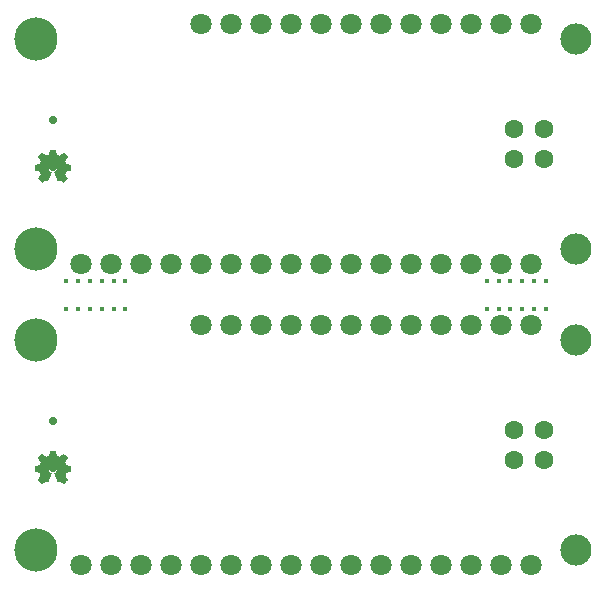
<source format=gbr>
G04 #@! TF.GenerationSoftware,KiCad,Pcbnew,(5.1.2)-1*
G04 #@! TF.CreationDate,2019-08-08T11:50:40+10:00*
G04 #@! TF.ProjectId,output.panel,6f757470-7574-42e7-9061-6e656c2e6b69,rev?*
G04 #@! TF.SameCoordinates,Original*
G04 #@! TF.FileFunction,Soldermask,Bot*
G04 #@! TF.FilePolarity,Negative*
%FSLAX46Y46*%
G04 Gerber Fmt 4.6, Leading zero omitted, Abs format (unit mm)*
G04 Created by KiCad (PCBNEW (5.1.2)-1) date 2019-08-08 11:50:40*
%MOMM*%
%LPD*%
G04 APERTURE LIST*
%ADD10C,0.010000*%
%ADD11C,2.642000*%
%ADD12C,3.658000*%
%ADD13C,1.802000*%
%ADD14C,1.602000*%
%ADD15C,0.702000*%
%ADD16C,0.402000*%
G04 APERTURE END LIST*
D10*
G36*
X30278975Y-59813358D02*
G01*
X30237914Y-59813668D01*
X30201061Y-59814144D01*
X30169552Y-59814763D01*
X30144522Y-59815502D01*
X30127107Y-59816337D01*
X30118443Y-59817244D01*
X30117790Y-59817471D01*
X30115213Y-59823471D01*
X30111078Y-59838787D01*
X30105534Y-59862721D01*
X30098732Y-59894573D01*
X30090821Y-59933644D01*
X30081953Y-59979237D01*
X30074099Y-60020850D01*
X30065849Y-60064601D01*
X30057999Y-60105265D01*
X30050775Y-60141748D01*
X30044401Y-60172957D01*
X30039102Y-60197798D01*
X30035103Y-60215177D01*
X30032628Y-60224000D01*
X30032198Y-60224834D01*
X30025952Y-60228371D01*
X30011849Y-60234916D01*
X29991324Y-60243889D01*
X29965810Y-60254710D01*
X29936742Y-60266800D01*
X29905554Y-60279578D01*
X29873680Y-60292466D01*
X29842553Y-60304882D01*
X29813608Y-60316248D01*
X29788279Y-60325983D01*
X29768001Y-60333508D01*
X29754206Y-60338242D01*
X29748329Y-60339607D01*
X29748322Y-60339605D01*
X29743012Y-60336333D01*
X29730276Y-60327928D01*
X29711052Y-60315025D01*
X29686276Y-60298257D01*
X29656886Y-60278260D01*
X29623820Y-60255669D01*
X29588014Y-60231119D01*
X29579344Y-60225162D01*
X29542915Y-60200277D01*
X29508852Y-60177306D01*
X29478114Y-60156874D01*
X29451661Y-60139606D01*
X29430451Y-60126126D01*
X29415444Y-60117059D01*
X29407599Y-60113028D01*
X29406914Y-60112879D01*
X29401193Y-60116391D01*
X29389398Y-60126292D01*
X29372480Y-60141632D01*
X29351391Y-60161458D01*
X29327081Y-60184820D01*
X29300500Y-60210767D01*
X29272600Y-60238347D01*
X29244331Y-60266609D01*
X29216645Y-60294603D01*
X29190492Y-60321376D01*
X29166822Y-60345978D01*
X29146588Y-60367458D01*
X29130739Y-60384864D01*
X29120226Y-60397246D01*
X29116001Y-60403651D01*
X29115960Y-60403938D01*
X29118757Y-60410058D01*
X29126721Y-60423530D01*
X29139211Y-60443372D01*
X29155590Y-60468598D01*
X29175217Y-60498226D01*
X29197453Y-60531269D01*
X29221659Y-60566745D01*
X29223212Y-60569005D01*
X29247706Y-60604726D01*
X29270501Y-60638139D01*
X29290920Y-60668244D01*
X29308292Y-60694038D01*
X29321940Y-60714521D01*
X29331193Y-60728692D01*
X29335374Y-60735550D01*
X29335432Y-60735670D01*
X29336216Y-60740391D01*
X29335088Y-60748231D01*
X29331701Y-60760143D01*
X29325708Y-60777084D01*
X29316759Y-60800007D01*
X29304509Y-60829867D01*
X29288610Y-60867619D01*
X29280251Y-60887252D01*
X29263982Y-60924852D01*
X29248989Y-60958510D01*
X29235769Y-60987168D01*
X29224825Y-61009772D01*
X29216654Y-61025265D01*
X29211757Y-61032592D01*
X29211290Y-61032948D01*
X29204440Y-61034928D01*
X29188752Y-61038502D01*
X29165384Y-61043434D01*
X29135492Y-61049491D01*
X29100233Y-61056439D01*
X29060764Y-61064044D01*
X29018243Y-61072071D01*
X29013591Y-61072940D01*
X28964854Y-61082180D01*
X28921947Y-61090621D01*
X28885610Y-61098102D01*
X28856582Y-61104463D01*
X28835603Y-61109544D01*
X28823415Y-61113184D01*
X28820549Y-61114714D01*
X28819628Y-61121096D01*
X28818775Y-61136503D01*
X28818011Y-61159798D01*
X28817362Y-61189847D01*
X28816849Y-61225514D01*
X28816497Y-61265663D01*
X28816329Y-61309159D01*
X28816318Y-61320027D01*
X28816351Y-61371548D01*
X28816514Y-61413801D01*
X28816838Y-61447680D01*
X28817353Y-61474077D01*
X28818092Y-61493884D01*
X28819084Y-61507996D01*
X28820361Y-61517303D01*
X28821954Y-61522699D01*
X28823405Y-61524741D01*
X28829905Y-61526999D01*
X28845237Y-61530799D01*
X28868235Y-61535898D01*
X28897729Y-61542050D01*
X28932550Y-61549013D01*
X28971530Y-61556543D01*
X29012635Y-61564236D01*
X29058790Y-61572897D01*
X29100202Y-61580981D01*
X29135938Y-61588286D01*
X29165063Y-61594611D01*
X29186646Y-61599758D01*
X29199751Y-61603525D01*
X29203274Y-61605133D01*
X29207296Y-61611585D01*
X29214286Y-61625987D01*
X29223686Y-61646948D01*
X29234937Y-61673082D01*
X29247481Y-61703000D01*
X29260760Y-61735313D01*
X29274215Y-61768634D01*
X29287288Y-61801575D01*
X29299420Y-61832747D01*
X29310054Y-61860763D01*
X29318631Y-61884233D01*
X29324592Y-61901771D01*
X29327380Y-61911987D01*
X29327444Y-61913842D01*
X29324099Y-61919358D01*
X29315652Y-61932262D01*
X29302764Y-61951573D01*
X29286094Y-61976312D01*
X29266303Y-62005498D01*
X29244052Y-62038151D01*
X29220488Y-62072582D01*
X29196513Y-62107797D01*
X29174474Y-62140662D01*
X29155018Y-62170174D01*
X29138791Y-62195331D01*
X29126442Y-62215130D01*
X29118617Y-62228568D01*
X29115960Y-62234588D01*
X29119463Y-62240258D01*
X29129338Y-62252017D01*
X29144637Y-62268914D01*
X29164410Y-62289997D01*
X29187710Y-62314314D01*
X29213586Y-62340912D01*
X29241092Y-62368838D01*
X29269277Y-62397142D01*
X29297193Y-62424870D01*
X29323891Y-62451071D01*
X29348422Y-62474792D01*
X29369838Y-62495081D01*
X29387190Y-62510985D01*
X29399529Y-62521554D01*
X29405906Y-62525834D01*
X29406208Y-62525880D01*
X29412083Y-62523089D01*
X29425310Y-62515148D01*
X29444898Y-62502705D01*
X29469853Y-62486406D01*
X29499186Y-62466900D01*
X29531902Y-62444834D01*
X29565726Y-62421740D01*
X29600808Y-62397807D01*
X29633507Y-62375813D01*
X29662821Y-62356405D01*
X29687753Y-62340232D01*
X29707304Y-62327942D01*
X29720473Y-62320183D01*
X29726188Y-62317600D01*
X29733614Y-62319920D01*
X29748106Y-62326305D01*
X29767843Y-62335890D01*
X29791009Y-62347810D01*
X29801650Y-62353481D01*
X29827200Y-62366747D01*
X29849486Y-62377375D01*
X29866828Y-62384622D01*
X29877544Y-62387744D01*
X29879177Y-62387771D01*
X29881765Y-62386377D01*
X29885126Y-62382452D01*
X29889533Y-62375381D01*
X29895262Y-62364547D01*
X29902586Y-62349334D01*
X29911780Y-62329125D01*
X29923116Y-62303305D01*
X29936871Y-62271257D01*
X29953316Y-62232365D01*
X29972728Y-62186012D01*
X29995380Y-62131582D01*
X30021546Y-62068459D01*
X30026140Y-62057359D01*
X30048743Y-62002528D01*
X30070089Y-61950342D01*
X30089872Y-61901575D01*
X30107787Y-61856998D01*
X30123527Y-61817386D01*
X30136788Y-61783510D01*
X30147264Y-61756143D01*
X30154648Y-61736060D01*
X30158636Y-61724031D01*
X30159240Y-61720809D01*
X30154051Y-61714897D01*
X30142277Y-61704827D01*
X30125766Y-61692102D01*
X30109827Y-61680629D01*
X30067673Y-61649570D01*
X30033247Y-61620231D01*
X30004797Y-61590682D01*
X29980568Y-61558997D01*
X29958806Y-61523247D01*
X29948137Y-61502918D01*
X29924244Y-61444488D01*
X29909924Y-61384158D01*
X29905021Y-61322953D01*
X29909377Y-61261898D01*
X29922837Y-61202019D01*
X29945244Y-61144342D01*
X29976441Y-61089891D01*
X30016273Y-61039692D01*
X30019336Y-61036411D01*
X30066983Y-60992833D01*
X30120192Y-60957422D01*
X30179646Y-60929755D01*
X30208340Y-60919807D01*
X30225067Y-60914974D01*
X30240835Y-60911632D01*
X30258146Y-60909519D01*
X30279503Y-60908373D01*
X30307407Y-60907935D01*
X30322460Y-60907900D01*
X30354085Y-60908110D01*
X30378064Y-60908916D01*
X30396907Y-60910578D01*
X30413123Y-60913357D01*
X30429222Y-60917516D01*
X30436760Y-60919802D01*
X30498754Y-60944205D01*
X30555039Y-60976690D01*
X30605031Y-61016763D01*
X30648146Y-61063933D01*
X30683799Y-61117707D01*
X30693671Y-61136500D01*
X30714244Y-61183357D01*
X30727766Y-61227726D01*
X30735140Y-61273443D01*
X30737273Y-61321920D01*
X30732414Y-61386989D01*
X30718008Y-61449065D01*
X30694312Y-61507510D01*
X30661584Y-61561687D01*
X30621045Y-61609975D01*
X30602860Y-61626971D01*
X30579238Y-61646791D01*
X30553252Y-61667052D01*
X30527977Y-61685368D01*
X30506486Y-61699354D01*
X30503861Y-61700883D01*
X30492168Y-61709785D01*
X30485128Y-61719264D01*
X30484675Y-61720648D01*
X30486128Y-61727322D01*
X30491359Y-61742833D01*
X30500168Y-61766671D01*
X30512353Y-61798326D01*
X30527713Y-61837287D01*
X30546047Y-61883043D01*
X30567154Y-61935085D01*
X30590834Y-61992901D01*
X30614272Y-62049679D01*
X30636700Y-62103781D01*
X30658086Y-62155286D01*
X30678097Y-62203399D01*
X30696401Y-62247325D01*
X30712666Y-62286268D01*
X30726558Y-62319433D01*
X30737747Y-62346026D01*
X30745898Y-62365249D01*
X30750681Y-62376309D01*
X30751747Y-62378609D01*
X30759980Y-62386716D01*
X30766789Y-62388720D01*
X30774502Y-62386394D01*
X30789255Y-62379995D01*
X30809210Y-62370387D01*
X30832530Y-62358437D01*
X30843358Y-62352672D01*
X30873166Y-62337192D01*
X30896684Y-62326189D01*
X30913125Y-62320007D01*
X30921178Y-62318837D01*
X30928320Y-62322269D01*
X30942462Y-62330700D01*
X30962291Y-62343286D01*
X30986494Y-62359184D01*
X31013759Y-62377551D01*
X31031120Y-62389461D01*
X31078038Y-62421822D01*
X31117318Y-62448815D01*
X31149648Y-62470892D01*
X31175719Y-62488506D01*
X31196219Y-62502109D01*
X31211837Y-62512155D01*
X31223261Y-62519097D01*
X31231181Y-62523388D01*
X31236286Y-62525480D01*
X31238613Y-62525880D01*
X31243879Y-62522399D01*
X31255465Y-62512478D01*
X31272540Y-62496897D01*
X31294279Y-62476437D01*
X31319852Y-62451880D01*
X31348432Y-62424006D01*
X31379191Y-62393597D01*
X31385269Y-62387541D01*
X31416264Y-62356470D01*
X31444990Y-62327382D01*
X31470643Y-62301112D01*
X31492423Y-62278494D01*
X31509527Y-62260363D01*
X31521153Y-62247552D01*
X31526499Y-62240896D01*
X31526734Y-62240413D01*
X31527633Y-62237436D01*
X31527948Y-62234393D01*
X31527165Y-62230460D01*
X31524774Y-62224812D01*
X31520263Y-62216624D01*
X31513121Y-62205072D01*
X31502835Y-62189330D01*
X31488895Y-62168575D01*
X31470788Y-62141980D01*
X31448004Y-62108721D01*
X31420031Y-62067973D01*
X31417485Y-62064266D01*
X31393839Y-62029625D01*
X31372135Y-61997438D01*
X31353027Y-61968706D01*
X31337169Y-61944428D01*
X31325215Y-61925605D01*
X31317819Y-61913237D01*
X31315600Y-61908469D01*
X31317429Y-61902070D01*
X31322610Y-61887455D01*
X31330686Y-61865826D01*
X31341198Y-61838385D01*
X31353688Y-61806333D01*
X31367700Y-61770874D01*
X31374706Y-61753307D01*
X31392443Y-61709314D01*
X31406995Y-61674051D01*
X31418724Y-61646727D01*
X31427994Y-61626551D01*
X31435167Y-61612734D01*
X31440606Y-61604485D01*
X31444556Y-61601059D01*
X31451915Y-61599121D01*
X31468064Y-61595609D01*
X31491798Y-61590762D01*
X31521909Y-61584819D01*
X31557191Y-61578018D01*
X31596438Y-61570597D01*
X31635079Y-61563414D01*
X31676719Y-61555616D01*
X31715331Y-61548154D01*
X31749739Y-61541273D01*
X31778770Y-61535217D01*
X31801249Y-61530232D01*
X31816002Y-61526560D01*
X31821769Y-61524531D01*
X31823567Y-61521360D01*
X31825039Y-61514541D01*
X31826215Y-61503211D01*
X31827123Y-61486509D01*
X31827793Y-61463571D01*
X31828254Y-61433536D01*
X31828535Y-61395541D01*
X31828664Y-61348724D01*
X31828680Y-61318875D01*
X31828680Y-61118954D01*
X31817250Y-61111902D01*
X31809763Y-61109400D01*
X31793464Y-61105372D01*
X31769545Y-61100066D01*
X31739198Y-61093732D01*
X31703616Y-61086617D01*
X31663991Y-61078971D01*
X31621514Y-61071042D01*
X31620400Y-61070838D01*
X31578124Y-61062950D01*
X31538892Y-61055374D01*
X31503855Y-61048352D01*
X31474164Y-61042126D01*
X31450970Y-61036937D01*
X31435424Y-61033026D01*
X31428677Y-61030637D01*
X31428595Y-61030566D01*
X31424910Y-61024301D01*
X31417978Y-61010106D01*
X31408423Y-60989428D01*
X31396866Y-60963713D01*
X31383930Y-60934406D01*
X31370237Y-60902954D01*
X31356409Y-60870802D01*
X31343069Y-60839397D01*
X31330839Y-60810185D01*
X31320341Y-60784611D01*
X31312197Y-60764123D01*
X31307031Y-60750165D01*
X31305440Y-60744394D01*
X31308233Y-60738575D01*
X31316189Y-60725372D01*
X31328681Y-60705749D01*
X31345076Y-60680667D01*
X31364746Y-60651089D01*
X31387061Y-60617976D01*
X31411389Y-60582293D01*
X31415258Y-60576655D01*
X31439952Y-60540538D01*
X31462845Y-60506750D01*
X31483287Y-60476274D01*
X31500629Y-60450088D01*
X31514222Y-60429175D01*
X31523417Y-60414516D01*
X31527566Y-60407090D01*
X31527707Y-60406684D01*
X31526946Y-60402579D01*
X31522786Y-60395668D01*
X31514683Y-60385355D01*
X31502095Y-60371048D01*
X31484479Y-60352154D01*
X31461292Y-60328078D01*
X31431992Y-60298226D01*
X31396036Y-60262005D01*
X31388801Y-60254749D01*
X31352782Y-60218889D01*
X31320644Y-60187378D01*
X31292932Y-60160731D01*
X31270194Y-60139461D01*
X31252977Y-60124081D01*
X31241826Y-60115105D01*
X31237675Y-60112880D01*
X31231440Y-60115672D01*
X31217844Y-60123627D01*
X31197867Y-60136110D01*
X31172492Y-60152487D01*
X31142700Y-60172122D01*
X31109474Y-60194382D01*
X31073795Y-60218631D01*
X31069914Y-60221289D01*
X31033900Y-60245928D01*
X31000178Y-60268914D01*
X30969747Y-60289573D01*
X30943605Y-60307230D01*
X30922752Y-60321211D01*
X30908185Y-60330841D01*
X30900904Y-60335446D01*
X30900648Y-60335587D01*
X30896195Y-60336941D01*
X30889661Y-60336744D01*
X30879941Y-60334631D01*
X30865932Y-60330234D01*
X30846529Y-60323187D01*
X30820627Y-60313124D01*
X30787123Y-60299677D01*
X30763488Y-60290068D01*
X30721634Y-60272981D01*
X30688212Y-60259243D01*
X30662240Y-60248382D01*
X30642736Y-60239926D01*
X30628719Y-60233403D01*
X30619205Y-60228340D01*
X30613214Y-60224266D01*
X30609764Y-60220708D01*
X30607872Y-60217193D01*
X30607055Y-60214840D01*
X30605440Y-60207736D01*
X30602207Y-60191805D01*
X30597580Y-60168215D01*
X30591784Y-60138129D01*
X30585042Y-60102714D01*
X30577580Y-60063135D01*
X30569622Y-60020558D01*
X30568805Y-60016168D01*
X30560748Y-59973481D01*
X30553032Y-59933799D01*
X30545896Y-59898266D01*
X30539580Y-59868028D01*
X30534324Y-59844228D01*
X30530367Y-59828012D01*
X30527950Y-59820524D01*
X30527788Y-59820283D01*
X30524758Y-59818437D01*
X30518437Y-59816928D01*
X30507937Y-59815727D01*
X30492367Y-59814801D01*
X30470841Y-59814121D01*
X30442468Y-59813657D01*
X30406361Y-59813376D01*
X30361630Y-59813250D01*
X30323108Y-59813237D01*
X30278975Y-59813358D01*
X30278975Y-59813358D01*
G37*
X30278975Y-59813358D02*
X30237914Y-59813668D01*
X30201061Y-59814144D01*
X30169552Y-59814763D01*
X30144522Y-59815502D01*
X30127107Y-59816337D01*
X30118443Y-59817244D01*
X30117790Y-59817471D01*
X30115213Y-59823471D01*
X30111078Y-59838787D01*
X30105534Y-59862721D01*
X30098732Y-59894573D01*
X30090821Y-59933644D01*
X30081953Y-59979237D01*
X30074099Y-60020850D01*
X30065849Y-60064601D01*
X30057999Y-60105265D01*
X30050775Y-60141748D01*
X30044401Y-60172957D01*
X30039102Y-60197798D01*
X30035103Y-60215177D01*
X30032628Y-60224000D01*
X30032198Y-60224834D01*
X30025952Y-60228371D01*
X30011849Y-60234916D01*
X29991324Y-60243889D01*
X29965810Y-60254710D01*
X29936742Y-60266800D01*
X29905554Y-60279578D01*
X29873680Y-60292466D01*
X29842553Y-60304882D01*
X29813608Y-60316248D01*
X29788279Y-60325983D01*
X29768001Y-60333508D01*
X29754206Y-60338242D01*
X29748329Y-60339607D01*
X29748322Y-60339605D01*
X29743012Y-60336333D01*
X29730276Y-60327928D01*
X29711052Y-60315025D01*
X29686276Y-60298257D01*
X29656886Y-60278260D01*
X29623820Y-60255669D01*
X29588014Y-60231119D01*
X29579344Y-60225162D01*
X29542915Y-60200277D01*
X29508852Y-60177306D01*
X29478114Y-60156874D01*
X29451661Y-60139606D01*
X29430451Y-60126126D01*
X29415444Y-60117059D01*
X29407599Y-60113028D01*
X29406914Y-60112879D01*
X29401193Y-60116391D01*
X29389398Y-60126292D01*
X29372480Y-60141632D01*
X29351391Y-60161458D01*
X29327081Y-60184820D01*
X29300500Y-60210767D01*
X29272600Y-60238347D01*
X29244331Y-60266609D01*
X29216645Y-60294603D01*
X29190492Y-60321376D01*
X29166822Y-60345978D01*
X29146588Y-60367458D01*
X29130739Y-60384864D01*
X29120226Y-60397246D01*
X29116001Y-60403651D01*
X29115960Y-60403938D01*
X29118757Y-60410058D01*
X29126721Y-60423530D01*
X29139211Y-60443372D01*
X29155590Y-60468598D01*
X29175217Y-60498226D01*
X29197453Y-60531269D01*
X29221659Y-60566745D01*
X29223212Y-60569005D01*
X29247706Y-60604726D01*
X29270501Y-60638139D01*
X29290920Y-60668244D01*
X29308292Y-60694038D01*
X29321940Y-60714521D01*
X29331193Y-60728692D01*
X29335374Y-60735550D01*
X29335432Y-60735670D01*
X29336216Y-60740391D01*
X29335088Y-60748231D01*
X29331701Y-60760143D01*
X29325708Y-60777084D01*
X29316759Y-60800007D01*
X29304509Y-60829867D01*
X29288610Y-60867619D01*
X29280251Y-60887252D01*
X29263982Y-60924852D01*
X29248989Y-60958510D01*
X29235769Y-60987168D01*
X29224825Y-61009772D01*
X29216654Y-61025265D01*
X29211757Y-61032592D01*
X29211290Y-61032948D01*
X29204440Y-61034928D01*
X29188752Y-61038502D01*
X29165384Y-61043434D01*
X29135492Y-61049491D01*
X29100233Y-61056439D01*
X29060764Y-61064044D01*
X29018243Y-61072071D01*
X29013591Y-61072940D01*
X28964854Y-61082180D01*
X28921947Y-61090621D01*
X28885610Y-61098102D01*
X28856582Y-61104463D01*
X28835603Y-61109544D01*
X28823415Y-61113184D01*
X28820549Y-61114714D01*
X28819628Y-61121096D01*
X28818775Y-61136503D01*
X28818011Y-61159798D01*
X28817362Y-61189847D01*
X28816849Y-61225514D01*
X28816497Y-61265663D01*
X28816329Y-61309159D01*
X28816318Y-61320027D01*
X28816351Y-61371548D01*
X28816514Y-61413801D01*
X28816838Y-61447680D01*
X28817353Y-61474077D01*
X28818092Y-61493884D01*
X28819084Y-61507996D01*
X28820361Y-61517303D01*
X28821954Y-61522699D01*
X28823405Y-61524741D01*
X28829905Y-61526999D01*
X28845237Y-61530799D01*
X28868235Y-61535898D01*
X28897729Y-61542050D01*
X28932550Y-61549013D01*
X28971530Y-61556543D01*
X29012635Y-61564236D01*
X29058790Y-61572897D01*
X29100202Y-61580981D01*
X29135938Y-61588286D01*
X29165063Y-61594611D01*
X29186646Y-61599758D01*
X29199751Y-61603525D01*
X29203274Y-61605133D01*
X29207296Y-61611585D01*
X29214286Y-61625987D01*
X29223686Y-61646948D01*
X29234937Y-61673082D01*
X29247481Y-61703000D01*
X29260760Y-61735313D01*
X29274215Y-61768634D01*
X29287288Y-61801575D01*
X29299420Y-61832747D01*
X29310054Y-61860763D01*
X29318631Y-61884233D01*
X29324592Y-61901771D01*
X29327380Y-61911987D01*
X29327444Y-61913842D01*
X29324099Y-61919358D01*
X29315652Y-61932262D01*
X29302764Y-61951573D01*
X29286094Y-61976312D01*
X29266303Y-62005498D01*
X29244052Y-62038151D01*
X29220488Y-62072582D01*
X29196513Y-62107797D01*
X29174474Y-62140662D01*
X29155018Y-62170174D01*
X29138791Y-62195331D01*
X29126442Y-62215130D01*
X29118617Y-62228568D01*
X29115960Y-62234588D01*
X29119463Y-62240258D01*
X29129338Y-62252017D01*
X29144637Y-62268914D01*
X29164410Y-62289997D01*
X29187710Y-62314314D01*
X29213586Y-62340912D01*
X29241092Y-62368838D01*
X29269277Y-62397142D01*
X29297193Y-62424870D01*
X29323891Y-62451071D01*
X29348422Y-62474792D01*
X29369838Y-62495081D01*
X29387190Y-62510985D01*
X29399529Y-62521554D01*
X29405906Y-62525834D01*
X29406208Y-62525880D01*
X29412083Y-62523089D01*
X29425310Y-62515148D01*
X29444898Y-62502705D01*
X29469853Y-62486406D01*
X29499186Y-62466900D01*
X29531902Y-62444834D01*
X29565726Y-62421740D01*
X29600808Y-62397807D01*
X29633507Y-62375813D01*
X29662821Y-62356405D01*
X29687753Y-62340232D01*
X29707304Y-62327942D01*
X29720473Y-62320183D01*
X29726188Y-62317600D01*
X29733614Y-62319920D01*
X29748106Y-62326305D01*
X29767843Y-62335890D01*
X29791009Y-62347810D01*
X29801650Y-62353481D01*
X29827200Y-62366747D01*
X29849486Y-62377375D01*
X29866828Y-62384622D01*
X29877544Y-62387744D01*
X29879177Y-62387771D01*
X29881765Y-62386377D01*
X29885126Y-62382452D01*
X29889533Y-62375381D01*
X29895262Y-62364547D01*
X29902586Y-62349334D01*
X29911780Y-62329125D01*
X29923116Y-62303305D01*
X29936871Y-62271257D01*
X29953316Y-62232365D01*
X29972728Y-62186012D01*
X29995380Y-62131582D01*
X30021546Y-62068459D01*
X30026140Y-62057359D01*
X30048743Y-62002528D01*
X30070089Y-61950342D01*
X30089872Y-61901575D01*
X30107787Y-61856998D01*
X30123527Y-61817386D01*
X30136788Y-61783510D01*
X30147264Y-61756143D01*
X30154648Y-61736060D01*
X30158636Y-61724031D01*
X30159240Y-61720809D01*
X30154051Y-61714897D01*
X30142277Y-61704827D01*
X30125766Y-61692102D01*
X30109827Y-61680629D01*
X30067673Y-61649570D01*
X30033247Y-61620231D01*
X30004797Y-61590682D01*
X29980568Y-61558997D01*
X29958806Y-61523247D01*
X29948137Y-61502918D01*
X29924244Y-61444488D01*
X29909924Y-61384158D01*
X29905021Y-61322953D01*
X29909377Y-61261898D01*
X29922837Y-61202019D01*
X29945244Y-61144342D01*
X29976441Y-61089891D01*
X30016273Y-61039692D01*
X30019336Y-61036411D01*
X30066983Y-60992833D01*
X30120192Y-60957422D01*
X30179646Y-60929755D01*
X30208340Y-60919807D01*
X30225067Y-60914974D01*
X30240835Y-60911632D01*
X30258146Y-60909519D01*
X30279503Y-60908373D01*
X30307407Y-60907935D01*
X30322460Y-60907900D01*
X30354085Y-60908110D01*
X30378064Y-60908916D01*
X30396907Y-60910578D01*
X30413123Y-60913357D01*
X30429222Y-60917516D01*
X30436760Y-60919802D01*
X30498754Y-60944205D01*
X30555039Y-60976690D01*
X30605031Y-61016763D01*
X30648146Y-61063933D01*
X30683799Y-61117707D01*
X30693671Y-61136500D01*
X30714244Y-61183357D01*
X30727766Y-61227726D01*
X30735140Y-61273443D01*
X30737273Y-61321920D01*
X30732414Y-61386989D01*
X30718008Y-61449065D01*
X30694312Y-61507510D01*
X30661584Y-61561687D01*
X30621045Y-61609975D01*
X30602860Y-61626971D01*
X30579238Y-61646791D01*
X30553252Y-61667052D01*
X30527977Y-61685368D01*
X30506486Y-61699354D01*
X30503861Y-61700883D01*
X30492168Y-61709785D01*
X30485128Y-61719264D01*
X30484675Y-61720648D01*
X30486128Y-61727322D01*
X30491359Y-61742833D01*
X30500168Y-61766671D01*
X30512353Y-61798326D01*
X30527713Y-61837287D01*
X30546047Y-61883043D01*
X30567154Y-61935085D01*
X30590834Y-61992901D01*
X30614272Y-62049679D01*
X30636700Y-62103781D01*
X30658086Y-62155286D01*
X30678097Y-62203399D01*
X30696401Y-62247325D01*
X30712666Y-62286268D01*
X30726558Y-62319433D01*
X30737747Y-62346026D01*
X30745898Y-62365249D01*
X30750681Y-62376309D01*
X30751747Y-62378609D01*
X30759980Y-62386716D01*
X30766789Y-62388720D01*
X30774502Y-62386394D01*
X30789255Y-62379995D01*
X30809210Y-62370387D01*
X30832530Y-62358437D01*
X30843358Y-62352672D01*
X30873166Y-62337192D01*
X30896684Y-62326189D01*
X30913125Y-62320007D01*
X30921178Y-62318837D01*
X30928320Y-62322269D01*
X30942462Y-62330700D01*
X30962291Y-62343286D01*
X30986494Y-62359184D01*
X31013759Y-62377551D01*
X31031120Y-62389461D01*
X31078038Y-62421822D01*
X31117318Y-62448815D01*
X31149648Y-62470892D01*
X31175719Y-62488506D01*
X31196219Y-62502109D01*
X31211837Y-62512155D01*
X31223261Y-62519097D01*
X31231181Y-62523388D01*
X31236286Y-62525480D01*
X31238613Y-62525880D01*
X31243879Y-62522399D01*
X31255465Y-62512478D01*
X31272540Y-62496897D01*
X31294279Y-62476437D01*
X31319852Y-62451880D01*
X31348432Y-62424006D01*
X31379191Y-62393597D01*
X31385269Y-62387541D01*
X31416264Y-62356470D01*
X31444990Y-62327382D01*
X31470643Y-62301112D01*
X31492423Y-62278494D01*
X31509527Y-62260363D01*
X31521153Y-62247552D01*
X31526499Y-62240896D01*
X31526734Y-62240413D01*
X31527633Y-62237436D01*
X31527948Y-62234393D01*
X31527165Y-62230460D01*
X31524774Y-62224812D01*
X31520263Y-62216624D01*
X31513121Y-62205072D01*
X31502835Y-62189330D01*
X31488895Y-62168575D01*
X31470788Y-62141980D01*
X31448004Y-62108721D01*
X31420031Y-62067973D01*
X31417485Y-62064266D01*
X31393839Y-62029625D01*
X31372135Y-61997438D01*
X31353027Y-61968706D01*
X31337169Y-61944428D01*
X31325215Y-61925605D01*
X31317819Y-61913237D01*
X31315600Y-61908469D01*
X31317429Y-61902070D01*
X31322610Y-61887455D01*
X31330686Y-61865826D01*
X31341198Y-61838385D01*
X31353688Y-61806333D01*
X31367700Y-61770874D01*
X31374706Y-61753307D01*
X31392443Y-61709314D01*
X31406995Y-61674051D01*
X31418724Y-61646727D01*
X31427994Y-61626551D01*
X31435167Y-61612734D01*
X31440606Y-61604485D01*
X31444556Y-61601059D01*
X31451915Y-61599121D01*
X31468064Y-61595609D01*
X31491798Y-61590762D01*
X31521909Y-61584819D01*
X31557191Y-61578018D01*
X31596438Y-61570597D01*
X31635079Y-61563414D01*
X31676719Y-61555616D01*
X31715331Y-61548154D01*
X31749739Y-61541273D01*
X31778770Y-61535217D01*
X31801249Y-61530232D01*
X31816002Y-61526560D01*
X31821769Y-61524531D01*
X31823567Y-61521360D01*
X31825039Y-61514541D01*
X31826215Y-61503211D01*
X31827123Y-61486509D01*
X31827793Y-61463571D01*
X31828254Y-61433536D01*
X31828535Y-61395541D01*
X31828664Y-61348724D01*
X31828680Y-61318875D01*
X31828680Y-61118954D01*
X31817250Y-61111902D01*
X31809763Y-61109400D01*
X31793464Y-61105372D01*
X31769545Y-61100066D01*
X31739198Y-61093732D01*
X31703616Y-61086617D01*
X31663991Y-61078971D01*
X31621514Y-61071042D01*
X31620400Y-61070838D01*
X31578124Y-61062950D01*
X31538892Y-61055374D01*
X31503855Y-61048352D01*
X31474164Y-61042126D01*
X31450970Y-61036937D01*
X31435424Y-61033026D01*
X31428677Y-61030637D01*
X31428595Y-61030566D01*
X31424910Y-61024301D01*
X31417978Y-61010106D01*
X31408423Y-60989428D01*
X31396866Y-60963713D01*
X31383930Y-60934406D01*
X31370237Y-60902954D01*
X31356409Y-60870802D01*
X31343069Y-60839397D01*
X31330839Y-60810185D01*
X31320341Y-60784611D01*
X31312197Y-60764123D01*
X31307031Y-60750165D01*
X31305440Y-60744394D01*
X31308233Y-60738575D01*
X31316189Y-60725372D01*
X31328681Y-60705749D01*
X31345076Y-60680667D01*
X31364746Y-60651089D01*
X31387061Y-60617976D01*
X31411389Y-60582293D01*
X31415258Y-60576655D01*
X31439952Y-60540538D01*
X31462845Y-60506750D01*
X31483287Y-60476274D01*
X31500629Y-60450088D01*
X31514222Y-60429175D01*
X31523417Y-60414516D01*
X31527566Y-60407090D01*
X31527707Y-60406684D01*
X31526946Y-60402579D01*
X31522786Y-60395668D01*
X31514683Y-60385355D01*
X31502095Y-60371048D01*
X31484479Y-60352154D01*
X31461292Y-60328078D01*
X31431992Y-60298226D01*
X31396036Y-60262005D01*
X31388801Y-60254749D01*
X31352782Y-60218889D01*
X31320644Y-60187378D01*
X31292932Y-60160731D01*
X31270194Y-60139461D01*
X31252977Y-60124081D01*
X31241826Y-60115105D01*
X31237675Y-60112880D01*
X31231440Y-60115672D01*
X31217844Y-60123627D01*
X31197867Y-60136110D01*
X31172492Y-60152487D01*
X31142700Y-60172122D01*
X31109474Y-60194382D01*
X31073795Y-60218631D01*
X31069914Y-60221289D01*
X31033900Y-60245928D01*
X31000178Y-60268914D01*
X30969747Y-60289573D01*
X30943605Y-60307230D01*
X30922752Y-60321211D01*
X30908185Y-60330841D01*
X30900904Y-60335446D01*
X30900648Y-60335587D01*
X30896195Y-60336941D01*
X30889661Y-60336744D01*
X30879941Y-60334631D01*
X30865932Y-60330234D01*
X30846529Y-60323187D01*
X30820627Y-60313124D01*
X30787123Y-60299677D01*
X30763488Y-60290068D01*
X30721634Y-60272981D01*
X30688212Y-60259243D01*
X30662240Y-60248382D01*
X30642736Y-60239926D01*
X30628719Y-60233403D01*
X30619205Y-60228340D01*
X30613214Y-60224266D01*
X30609764Y-60220708D01*
X30607872Y-60217193D01*
X30607055Y-60214840D01*
X30605440Y-60207736D01*
X30602207Y-60191805D01*
X30597580Y-60168215D01*
X30591784Y-60138129D01*
X30585042Y-60102714D01*
X30577580Y-60063135D01*
X30569622Y-60020558D01*
X30568805Y-60016168D01*
X30560748Y-59973481D01*
X30553032Y-59933799D01*
X30545896Y-59898266D01*
X30539580Y-59868028D01*
X30534324Y-59844228D01*
X30530367Y-59828012D01*
X30527950Y-59820524D01*
X30527788Y-59820283D01*
X30524758Y-59818437D01*
X30518437Y-59816928D01*
X30507937Y-59815727D01*
X30492367Y-59814801D01*
X30470841Y-59814121D01*
X30442468Y-59813657D01*
X30406361Y-59813376D01*
X30361630Y-59813250D01*
X30323108Y-59813237D01*
X30278975Y-59813358D01*
G36*
X30278975Y-34313358D02*
G01*
X30237914Y-34313668D01*
X30201061Y-34314144D01*
X30169552Y-34314763D01*
X30144522Y-34315502D01*
X30127107Y-34316337D01*
X30118443Y-34317244D01*
X30117790Y-34317471D01*
X30115213Y-34323471D01*
X30111078Y-34338787D01*
X30105534Y-34362721D01*
X30098732Y-34394573D01*
X30090821Y-34433644D01*
X30081953Y-34479237D01*
X30074099Y-34520850D01*
X30065849Y-34564601D01*
X30057999Y-34605265D01*
X30050775Y-34641748D01*
X30044401Y-34672957D01*
X30039102Y-34697798D01*
X30035103Y-34715177D01*
X30032628Y-34724000D01*
X30032198Y-34724834D01*
X30025952Y-34728371D01*
X30011849Y-34734916D01*
X29991324Y-34743889D01*
X29965810Y-34754710D01*
X29936742Y-34766800D01*
X29905554Y-34779578D01*
X29873680Y-34792466D01*
X29842553Y-34804882D01*
X29813608Y-34816248D01*
X29788279Y-34825983D01*
X29768001Y-34833508D01*
X29754206Y-34838242D01*
X29748329Y-34839607D01*
X29748322Y-34839605D01*
X29743012Y-34836333D01*
X29730276Y-34827928D01*
X29711052Y-34815025D01*
X29686276Y-34798257D01*
X29656886Y-34778260D01*
X29623820Y-34755669D01*
X29588014Y-34731119D01*
X29579344Y-34725162D01*
X29542915Y-34700277D01*
X29508852Y-34677306D01*
X29478114Y-34656874D01*
X29451661Y-34639606D01*
X29430451Y-34626126D01*
X29415444Y-34617059D01*
X29407599Y-34613028D01*
X29406914Y-34612879D01*
X29401193Y-34616391D01*
X29389398Y-34626292D01*
X29372480Y-34641632D01*
X29351391Y-34661458D01*
X29327081Y-34684820D01*
X29300500Y-34710767D01*
X29272600Y-34738347D01*
X29244331Y-34766609D01*
X29216645Y-34794603D01*
X29190492Y-34821376D01*
X29166822Y-34845978D01*
X29146588Y-34867458D01*
X29130739Y-34884864D01*
X29120226Y-34897246D01*
X29116001Y-34903651D01*
X29115960Y-34903938D01*
X29118757Y-34910058D01*
X29126721Y-34923530D01*
X29139211Y-34943372D01*
X29155590Y-34968598D01*
X29175217Y-34998226D01*
X29197453Y-35031269D01*
X29221659Y-35066745D01*
X29223212Y-35069005D01*
X29247706Y-35104726D01*
X29270501Y-35138139D01*
X29290920Y-35168244D01*
X29308292Y-35194038D01*
X29321940Y-35214521D01*
X29331193Y-35228692D01*
X29335374Y-35235550D01*
X29335432Y-35235670D01*
X29336216Y-35240391D01*
X29335088Y-35248231D01*
X29331701Y-35260143D01*
X29325708Y-35277084D01*
X29316759Y-35300007D01*
X29304509Y-35329867D01*
X29288610Y-35367619D01*
X29280251Y-35387252D01*
X29263982Y-35424852D01*
X29248989Y-35458510D01*
X29235769Y-35487168D01*
X29224825Y-35509772D01*
X29216654Y-35525265D01*
X29211757Y-35532592D01*
X29211290Y-35532948D01*
X29204440Y-35534928D01*
X29188752Y-35538502D01*
X29165384Y-35543434D01*
X29135492Y-35549491D01*
X29100233Y-35556439D01*
X29060764Y-35564044D01*
X29018243Y-35572071D01*
X29013591Y-35572940D01*
X28964854Y-35582180D01*
X28921947Y-35590621D01*
X28885610Y-35598102D01*
X28856582Y-35604463D01*
X28835603Y-35609544D01*
X28823415Y-35613184D01*
X28820549Y-35614714D01*
X28819628Y-35621096D01*
X28818775Y-35636503D01*
X28818011Y-35659798D01*
X28817362Y-35689847D01*
X28816849Y-35725514D01*
X28816497Y-35765663D01*
X28816329Y-35809159D01*
X28816318Y-35820027D01*
X28816351Y-35871548D01*
X28816514Y-35913801D01*
X28816838Y-35947680D01*
X28817353Y-35974077D01*
X28818092Y-35993884D01*
X28819084Y-36007996D01*
X28820361Y-36017303D01*
X28821954Y-36022699D01*
X28823405Y-36024741D01*
X28829905Y-36026999D01*
X28845237Y-36030799D01*
X28868235Y-36035898D01*
X28897729Y-36042050D01*
X28932550Y-36049013D01*
X28971530Y-36056543D01*
X29012635Y-36064236D01*
X29058790Y-36072897D01*
X29100202Y-36080981D01*
X29135938Y-36088286D01*
X29165063Y-36094611D01*
X29186646Y-36099758D01*
X29199751Y-36103525D01*
X29203274Y-36105133D01*
X29207296Y-36111585D01*
X29214286Y-36125987D01*
X29223686Y-36146948D01*
X29234937Y-36173082D01*
X29247481Y-36203000D01*
X29260760Y-36235313D01*
X29274215Y-36268634D01*
X29287288Y-36301575D01*
X29299420Y-36332747D01*
X29310054Y-36360763D01*
X29318631Y-36384233D01*
X29324592Y-36401771D01*
X29327380Y-36411987D01*
X29327444Y-36413842D01*
X29324099Y-36419358D01*
X29315652Y-36432262D01*
X29302764Y-36451573D01*
X29286094Y-36476312D01*
X29266303Y-36505498D01*
X29244052Y-36538151D01*
X29220488Y-36572582D01*
X29196513Y-36607797D01*
X29174474Y-36640662D01*
X29155018Y-36670174D01*
X29138791Y-36695331D01*
X29126442Y-36715130D01*
X29118617Y-36728568D01*
X29115960Y-36734588D01*
X29119463Y-36740258D01*
X29129338Y-36752017D01*
X29144637Y-36768914D01*
X29164410Y-36789997D01*
X29187710Y-36814314D01*
X29213586Y-36840912D01*
X29241092Y-36868838D01*
X29269277Y-36897142D01*
X29297193Y-36924870D01*
X29323891Y-36951071D01*
X29348422Y-36974792D01*
X29369838Y-36995081D01*
X29387190Y-37010985D01*
X29399529Y-37021554D01*
X29405906Y-37025834D01*
X29406208Y-37025880D01*
X29412083Y-37023089D01*
X29425310Y-37015148D01*
X29444898Y-37002705D01*
X29469853Y-36986406D01*
X29499186Y-36966900D01*
X29531902Y-36944834D01*
X29565726Y-36921740D01*
X29600808Y-36897807D01*
X29633507Y-36875813D01*
X29662821Y-36856405D01*
X29687753Y-36840232D01*
X29707304Y-36827942D01*
X29720473Y-36820183D01*
X29726188Y-36817600D01*
X29733614Y-36819920D01*
X29748106Y-36826305D01*
X29767843Y-36835890D01*
X29791009Y-36847810D01*
X29801650Y-36853481D01*
X29827200Y-36866747D01*
X29849486Y-36877375D01*
X29866828Y-36884622D01*
X29877544Y-36887744D01*
X29879177Y-36887771D01*
X29881765Y-36886377D01*
X29885126Y-36882452D01*
X29889533Y-36875381D01*
X29895262Y-36864547D01*
X29902586Y-36849334D01*
X29911780Y-36829125D01*
X29923116Y-36803305D01*
X29936871Y-36771257D01*
X29953316Y-36732365D01*
X29972728Y-36686012D01*
X29995380Y-36631582D01*
X30021546Y-36568459D01*
X30026140Y-36557359D01*
X30048743Y-36502528D01*
X30070089Y-36450342D01*
X30089872Y-36401575D01*
X30107787Y-36356998D01*
X30123527Y-36317386D01*
X30136788Y-36283510D01*
X30147264Y-36256143D01*
X30154648Y-36236060D01*
X30158636Y-36224031D01*
X30159240Y-36220809D01*
X30154051Y-36214897D01*
X30142277Y-36204827D01*
X30125766Y-36192102D01*
X30109827Y-36180629D01*
X30067673Y-36149570D01*
X30033247Y-36120231D01*
X30004797Y-36090682D01*
X29980568Y-36058997D01*
X29958806Y-36023247D01*
X29948137Y-36002918D01*
X29924244Y-35944488D01*
X29909924Y-35884158D01*
X29905021Y-35822953D01*
X29909377Y-35761898D01*
X29922837Y-35702019D01*
X29945244Y-35644342D01*
X29976441Y-35589891D01*
X30016273Y-35539692D01*
X30019336Y-35536411D01*
X30066983Y-35492833D01*
X30120192Y-35457422D01*
X30179646Y-35429755D01*
X30208340Y-35419807D01*
X30225067Y-35414974D01*
X30240835Y-35411632D01*
X30258146Y-35409519D01*
X30279503Y-35408373D01*
X30307407Y-35407935D01*
X30322460Y-35407900D01*
X30354085Y-35408110D01*
X30378064Y-35408916D01*
X30396907Y-35410578D01*
X30413123Y-35413357D01*
X30429222Y-35417516D01*
X30436760Y-35419802D01*
X30498754Y-35444205D01*
X30555039Y-35476690D01*
X30605031Y-35516763D01*
X30648146Y-35563933D01*
X30683799Y-35617707D01*
X30693671Y-35636500D01*
X30714244Y-35683357D01*
X30727766Y-35727726D01*
X30735140Y-35773443D01*
X30737273Y-35821920D01*
X30732414Y-35886989D01*
X30718008Y-35949065D01*
X30694312Y-36007510D01*
X30661584Y-36061687D01*
X30621045Y-36109975D01*
X30602860Y-36126971D01*
X30579238Y-36146791D01*
X30553252Y-36167052D01*
X30527977Y-36185368D01*
X30506486Y-36199354D01*
X30503861Y-36200883D01*
X30492168Y-36209785D01*
X30485128Y-36219264D01*
X30484675Y-36220648D01*
X30486128Y-36227322D01*
X30491359Y-36242833D01*
X30500168Y-36266671D01*
X30512353Y-36298326D01*
X30527713Y-36337287D01*
X30546047Y-36383043D01*
X30567154Y-36435085D01*
X30590834Y-36492901D01*
X30614272Y-36549679D01*
X30636700Y-36603781D01*
X30658086Y-36655286D01*
X30678097Y-36703399D01*
X30696401Y-36747325D01*
X30712666Y-36786268D01*
X30726558Y-36819433D01*
X30737747Y-36846026D01*
X30745898Y-36865249D01*
X30750681Y-36876309D01*
X30751747Y-36878609D01*
X30759980Y-36886716D01*
X30766789Y-36888720D01*
X30774502Y-36886394D01*
X30789255Y-36879995D01*
X30809210Y-36870387D01*
X30832530Y-36858437D01*
X30843358Y-36852672D01*
X30873166Y-36837192D01*
X30896684Y-36826189D01*
X30913125Y-36820007D01*
X30921178Y-36818837D01*
X30928320Y-36822269D01*
X30942462Y-36830700D01*
X30962291Y-36843286D01*
X30986494Y-36859184D01*
X31013759Y-36877551D01*
X31031120Y-36889461D01*
X31078038Y-36921822D01*
X31117318Y-36948815D01*
X31149648Y-36970892D01*
X31175719Y-36988506D01*
X31196219Y-37002109D01*
X31211837Y-37012155D01*
X31223261Y-37019097D01*
X31231181Y-37023388D01*
X31236286Y-37025480D01*
X31238613Y-37025880D01*
X31243879Y-37022399D01*
X31255465Y-37012478D01*
X31272540Y-36996897D01*
X31294279Y-36976437D01*
X31319852Y-36951880D01*
X31348432Y-36924006D01*
X31379191Y-36893597D01*
X31385269Y-36887541D01*
X31416264Y-36856470D01*
X31444990Y-36827382D01*
X31470643Y-36801112D01*
X31492423Y-36778494D01*
X31509527Y-36760363D01*
X31521153Y-36747552D01*
X31526499Y-36740896D01*
X31526734Y-36740413D01*
X31527633Y-36737436D01*
X31527948Y-36734393D01*
X31527165Y-36730460D01*
X31524774Y-36724812D01*
X31520263Y-36716624D01*
X31513121Y-36705072D01*
X31502835Y-36689330D01*
X31488895Y-36668575D01*
X31470788Y-36641980D01*
X31448004Y-36608721D01*
X31420031Y-36567973D01*
X31417485Y-36564266D01*
X31393839Y-36529625D01*
X31372135Y-36497438D01*
X31353027Y-36468706D01*
X31337169Y-36444428D01*
X31325215Y-36425605D01*
X31317819Y-36413237D01*
X31315600Y-36408469D01*
X31317429Y-36402070D01*
X31322610Y-36387455D01*
X31330686Y-36365826D01*
X31341198Y-36338385D01*
X31353688Y-36306333D01*
X31367700Y-36270874D01*
X31374706Y-36253307D01*
X31392443Y-36209314D01*
X31406995Y-36174051D01*
X31418724Y-36146727D01*
X31427994Y-36126551D01*
X31435167Y-36112734D01*
X31440606Y-36104485D01*
X31444556Y-36101059D01*
X31451915Y-36099121D01*
X31468064Y-36095609D01*
X31491798Y-36090762D01*
X31521909Y-36084819D01*
X31557191Y-36078018D01*
X31596438Y-36070597D01*
X31635079Y-36063414D01*
X31676719Y-36055616D01*
X31715331Y-36048154D01*
X31749739Y-36041273D01*
X31778770Y-36035217D01*
X31801249Y-36030232D01*
X31816002Y-36026560D01*
X31821769Y-36024531D01*
X31823567Y-36021360D01*
X31825039Y-36014541D01*
X31826215Y-36003211D01*
X31827123Y-35986509D01*
X31827793Y-35963571D01*
X31828254Y-35933536D01*
X31828535Y-35895541D01*
X31828664Y-35848724D01*
X31828680Y-35818875D01*
X31828680Y-35618954D01*
X31817250Y-35611902D01*
X31809763Y-35609400D01*
X31793464Y-35605372D01*
X31769545Y-35600066D01*
X31739198Y-35593732D01*
X31703616Y-35586617D01*
X31663991Y-35578971D01*
X31621514Y-35571042D01*
X31620400Y-35570838D01*
X31578124Y-35562950D01*
X31538892Y-35555374D01*
X31503855Y-35548352D01*
X31474164Y-35542126D01*
X31450970Y-35536937D01*
X31435424Y-35533026D01*
X31428677Y-35530637D01*
X31428595Y-35530566D01*
X31424910Y-35524301D01*
X31417978Y-35510106D01*
X31408423Y-35489428D01*
X31396866Y-35463713D01*
X31383930Y-35434406D01*
X31370237Y-35402954D01*
X31356409Y-35370802D01*
X31343069Y-35339397D01*
X31330839Y-35310185D01*
X31320341Y-35284611D01*
X31312197Y-35264123D01*
X31307031Y-35250165D01*
X31305440Y-35244394D01*
X31308233Y-35238575D01*
X31316189Y-35225372D01*
X31328681Y-35205749D01*
X31345076Y-35180667D01*
X31364746Y-35151089D01*
X31387061Y-35117976D01*
X31411389Y-35082293D01*
X31415258Y-35076655D01*
X31439952Y-35040538D01*
X31462845Y-35006750D01*
X31483287Y-34976274D01*
X31500629Y-34950088D01*
X31514222Y-34929175D01*
X31523417Y-34914516D01*
X31527566Y-34907090D01*
X31527707Y-34906684D01*
X31526946Y-34902579D01*
X31522786Y-34895668D01*
X31514683Y-34885355D01*
X31502095Y-34871048D01*
X31484479Y-34852154D01*
X31461292Y-34828078D01*
X31431992Y-34798226D01*
X31396036Y-34762005D01*
X31388801Y-34754749D01*
X31352782Y-34718889D01*
X31320644Y-34687378D01*
X31292932Y-34660731D01*
X31270194Y-34639461D01*
X31252977Y-34624081D01*
X31241826Y-34615105D01*
X31237675Y-34612880D01*
X31231440Y-34615672D01*
X31217844Y-34623627D01*
X31197867Y-34636110D01*
X31172492Y-34652487D01*
X31142700Y-34672122D01*
X31109474Y-34694382D01*
X31073795Y-34718631D01*
X31069914Y-34721289D01*
X31033900Y-34745928D01*
X31000178Y-34768914D01*
X30969747Y-34789573D01*
X30943605Y-34807230D01*
X30922752Y-34821211D01*
X30908185Y-34830841D01*
X30900904Y-34835446D01*
X30900648Y-34835587D01*
X30896195Y-34836941D01*
X30889661Y-34836744D01*
X30879941Y-34834631D01*
X30865932Y-34830234D01*
X30846529Y-34823187D01*
X30820627Y-34813124D01*
X30787123Y-34799677D01*
X30763488Y-34790068D01*
X30721634Y-34772981D01*
X30688212Y-34759243D01*
X30662240Y-34748382D01*
X30642736Y-34739926D01*
X30628719Y-34733403D01*
X30619205Y-34728340D01*
X30613214Y-34724266D01*
X30609764Y-34720708D01*
X30607872Y-34717193D01*
X30607055Y-34714840D01*
X30605440Y-34707736D01*
X30602207Y-34691805D01*
X30597580Y-34668215D01*
X30591784Y-34638129D01*
X30585042Y-34602714D01*
X30577580Y-34563135D01*
X30569622Y-34520558D01*
X30568805Y-34516168D01*
X30560748Y-34473481D01*
X30553032Y-34433799D01*
X30545896Y-34398266D01*
X30539580Y-34368028D01*
X30534324Y-34344228D01*
X30530367Y-34328012D01*
X30527950Y-34320524D01*
X30527788Y-34320283D01*
X30524758Y-34318437D01*
X30518437Y-34316928D01*
X30507937Y-34315727D01*
X30492367Y-34314801D01*
X30470841Y-34314121D01*
X30442468Y-34313657D01*
X30406361Y-34313376D01*
X30361630Y-34313250D01*
X30323108Y-34313237D01*
X30278975Y-34313358D01*
X30278975Y-34313358D01*
G37*
X30278975Y-34313358D02*
X30237914Y-34313668D01*
X30201061Y-34314144D01*
X30169552Y-34314763D01*
X30144522Y-34315502D01*
X30127107Y-34316337D01*
X30118443Y-34317244D01*
X30117790Y-34317471D01*
X30115213Y-34323471D01*
X30111078Y-34338787D01*
X30105534Y-34362721D01*
X30098732Y-34394573D01*
X30090821Y-34433644D01*
X30081953Y-34479237D01*
X30074099Y-34520850D01*
X30065849Y-34564601D01*
X30057999Y-34605265D01*
X30050775Y-34641748D01*
X30044401Y-34672957D01*
X30039102Y-34697798D01*
X30035103Y-34715177D01*
X30032628Y-34724000D01*
X30032198Y-34724834D01*
X30025952Y-34728371D01*
X30011849Y-34734916D01*
X29991324Y-34743889D01*
X29965810Y-34754710D01*
X29936742Y-34766800D01*
X29905554Y-34779578D01*
X29873680Y-34792466D01*
X29842553Y-34804882D01*
X29813608Y-34816248D01*
X29788279Y-34825983D01*
X29768001Y-34833508D01*
X29754206Y-34838242D01*
X29748329Y-34839607D01*
X29748322Y-34839605D01*
X29743012Y-34836333D01*
X29730276Y-34827928D01*
X29711052Y-34815025D01*
X29686276Y-34798257D01*
X29656886Y-34778260D01*
X29623820Y-34755669D01*
X29588014Y-34731119D01*
X29579344Y-34725162D01*
X29542915Y-34700277D01*
X29508852Y-34677306D01*
X29478114Y-34656874D01*
X29451661Y-34639606D01*
X29430451Y-34626126D01*
X29415444Y-34617059D01*
X29407599Y-34613028D01*
X29406914Y-34612879D01*
X29401193Y-34616391D01*
X29389398Y-34626292D01*
X29372480Y-34641632D01*
X29351391Y-34661458D01*
X29327081Y-34684820D01*
X29300500Y-34710767D01*
X29272600Y-34738347D01*
X29244331Y-34766609D01*
X29216645Y-34794603D01*
X29190492Y-34821376D01*
X29166822Y-34845978D01*
X29146588Y-34867458D01*
X29130739Y-34884864D01*
X29120226Y-34897246D01*
X29116001Y-34903651D01*
X29115960Y-34903938D01*
X29118757Y-34910058D01*
X29126721Y-34923530D01*
X29139211Y-34943372D01*
X29155590Y-34968598D01*
X29175217Y-34998226D01*
X29197453Y-35031269D01*
X29221659Y-35066745D01*
X29223212Y-35069005D01*
X29247706Y-35104726D01*
X29270501Y-35138139D01*
X29290920Y-35168244D01*
X29308292Y-35194038D01*
X29321940Y-35214521D01*
X29331193Y-35228692D01*
X29335374Y-35235550D01*
X29335432Y-35235670D01*
X29336216Y-35240391D01*
X29335088Y-35248231D01*
X29331701Y-35260143D01*
X29325708Y-35277084D01*
X29316759Y-35300007D01*
X29304509Y-35329867D01*
X29288610Y-35367619D01*
X29280251Y-35387252D01*
X29263982Y-35424852D01*
X29248989Y-35458510D01*
X29235769Y-35487168D01*
X29224825Y-35509772D01*
X29216654Y-35525265D01*
X29211757Y-35532592D01*
X29211290Y-35532948D01*
X29204440Y-35534928D01*
X29188752Y-35538502D01*
X29165384Y-35543434D01*
X29135492Y-35549491D01*
X29100233Y-35556439D01*
X29060764Y-35564044D01*
X29018243Y-35572071D01*
X29013591Y-35572940D01*
X28964854Y-35582180D01*
X28921947Y-35590621D01*
X28885610Y-35598102D01*
X28856582Y-35604463D01*
X28835603Y-35609544D01*
X28823415Y-35613184D01*
X28820549Y-35614714D01*
X28819628Y-35621096D01*
X28818775Y-35636503D01*
X28818011Y-35659798D01*
X28817362Y-35689847D01*
X28816849Y-35725514D01*
X28816497Y-35765663D01*
X28816329Y-35809159D01*
X28816318Y-35820027D01*
X28816351Y-35871548D01*
X28816514Y-35913801D01*
X28816838Y-35947680D01*
X28817353Y-35974077D01*
X28818092Y-35993884D01*
X28819084Y-36007996D01*
X28820361Y-36017303D01*
X28821954Y-36022699D01*
X28823405Y-36024741D01*
X28829905Y-36026999D01*
X28845237Y-36030799D01*
X28868235Y-36035898D01*
X28897729Y-36042050D01*
X28932550Y-36049013D01*
X28971530Y-36056543D01*
X29012635Y-36064236D01*
X29058790Y-36072897D01*
X29100202Y-36080981D01*
X29135938Y-36088286D01*
X29165063Y-36094611D01*
X29186646Y-36099758D01*
X29199751Y-36103525D01*
X29203274Y-36105133D01*
X29207296Y-36111585D01*
X29214286Y-36125987D01*
X29223686Y-36146948D01*
X29234937Y-36173082D01*
X29247481Y-36203000D01*
X29260760Y-36235313D01*
X29274215Y-36268634D01*
X29287288Y-36301575D01*
X29299420Y-36332747D01*
X29310054Y-36360763D01*
X29318631Y-36384233D01*
X29324592Y-36401771D01*
X29327380Y-36411987D01*
X29327444Y-36413842D01*
X29324099Y-36419358D01*
X29315652Y-36432262D01*
X29302764Y-36451573D01*
X29286094Y-36476312D01*
X29266303Y-36505498D01*
X29244052Y-36538151D01*
X29220488Y-36572582D01*
X29196513Y-36607797D01*
X29174474Y-36640662D01*
X29155018Y-36670174D01*
X29138791Y-36695331D01*
X29126442Y-36715130D01*
X29118617Y-36728568D01*
X29115960Y-36734588D01*
X29119463Y-36740258D01*
X29129338Y-36752017D01*
X29144637Y-36768914D01*
X29164410Y-36789997D01*
X29187710Y-36814314D01*
X29213586Y-36840912D01*
X29241092Y-36868838D01*
X29269277Y-36897142D01*
X29297193Y-36924870D01*
X29323891Y-36951071D01*
X29348422Y-36974792D01*
X29369838Y-36995081D01*
X29387190Y-37010985D01*
X29399529Y-37021554D01*
X29405906Y-37025834D01*
X29406208Y-37025880D01*
X29412083Y-37023089D01*
X29425310Y-37015148D01*
X29444898Y-37002705D01*
X29469853Y-36986406D01*
X29499186Y-36966900D01*
X29531902Y-36944834D01*
X29565726Y-36921740D01*
X29600808Y-36897807D01*
X29633507Y-36875813D01*
X29662821Y-36856405D01*
X29687753Y-36840232D01*
X29707304Y-36827942D01*
X29720473Y-36820183D01*
X29726188Y-36817600D01*
X29733614Y-36819920D01*
X29748106Y-36826305D01*
X29767843Y-36835890D01*
X29791009Y-36847810D01*
X29801650Y-36853481D01*
X29827200Y-36866747D01*
X29849486Y-36877375D01*
X29866828Y-36884622D01*
X29877544Y-36887744D01*
X29879177Y-36887771D01*
X29881765Y-36886377D01*
X29885126Y-36882452D01*
X29889533Y-36875381D01*
X29895262Y-36864547D01*
X29902586Y-36849334D01*
X29911780Y-36829125D01*
X29923116Y-36803305D01*
X29936871Y-36771257D01*
X29953316Y-36732365D01*
X29972728Y-36686012D01*
X29995380Y-36631582D01*
X30021546Y-36568459D01*
X30026140Y-36557359D01*
X30048743Y-36502528D01*
X30070089Y-36450342D01*
X30089872Y-36401575D01*
X30107787Y-36356998D01*
X30123527Y-36317386D01*
X30136788Y-36283510D01*
X30147264Y-36256143D01*
X30154648Y-36236060D01*
X30158636Y-36224031D01*
X30159240Y-36220809D01*
X30154051Y-36214897D01*
X30142277Y-36204827D01*
X30125766Y-36192102D01*
X30109827Y-36180629D01*
X30067673Y-36149570D01*
X30033247Y-36120231D01*
X30004797Y-36090682D01*
X29980568Y-36058997D01*
X29958806Y-36023247D01*
X29948137Y-36002918D01*
X29924244Y-35944488D01*
X29909924Y-35884158D01*
X29905021Y-35822953D01*
X29909377Y-35761898D01*
X29922837Y-35702019D01*
X29945244Y-35644342D01*
X29976441Y-35589891D01*
X30016273Y-35539692D01*
X30019336Y-35536411D01*
X30066983Y-35492833D01*
X30120192Y-35457422D01*
X30179646Y-35429755D01*
X30208340Y-35419807D01*
X30225067Y-35414974D01*
X30240835Y-35411632D01*
X30258146Y-35409519D01*
X30279503Y-35408373D01*
X30307407Y-35407935D01*
X30322460Y-35407900D01*
X30354085Y-35408110D01*
X30378064Y-35408916D01*
X30396907Y-35410578D01*
X30413123Y-35413357D01*
X30429222Y-35417516D01*
X30436760Y-35419802D01*
X30498754Y-35444205D01*
X30555039Y-35476690D01*
X30605031Y-35516763D01*
X30648146Y-35563933D01*
X30683799Y-35617707D01*
X30693671Y-35636500D01*
X30714244Y-35683357D01*
X30727766Y-35727726D01*
X30735140Y-35773443D01*
X30737273Y-35821920D01*
X30732414Y-35886989D01*
X30718008Y-35949065D01*
X30694312Y-36007510D01*
X30661584Y-36061687D01*
X30621045Y-36109975D01*
X30602860Y-36126971D01*
X30579238Y-36146791D01*
X30553252Y-36167052D01*
X30527977Y-36185368D01*
X30506486Y-36199354D01*
X30503861Y-36200883D01*
X30492168Y-36209785D01*
X30485128Y-36219264D01*
X30484675Y-36220648D01*
X30486128Y-36227322D01*
X30491359Y-36242833D01*
X30500168Y-36266671D01*
X30512353Y-36298326D01*
X30527713Y-36337287D01*
X30546047Y-36383043D01*
X30567154Y-36435085D01*
X30590834Y-36492901D01*
X30614272Y-36549679D01*
X30636700Y-36603781D01*
X30658086Y-36655286D01*
X30678097Y-36703399D01*
X30696401Y-36747325D01*
X30712666Y-36786268D01*
X30726558Y-36819433D01*
X30737747Y-36846026D01*
X30745898Y-36865249D01*
X30750681Y-36876309D01*
X30751747Y-36878609D01*
X30759980Y-36886716D01*
X30766789Y-36888720D01*
X30774502Y-36886394D01*
X30789255Y-36879995D01*
X30809210Y-36870387D01*
X30832530Y-36858437D01*
X30843358Y-36852672D01*
X30873166Y-36837192D01*
X30896684Y-36826189D01*
X30913125Y-36820007D01*
X30921178Y-36818837D01*
X30928320Y-36822269D01*
X30942462Y-36830700D01*
X30962291Y-36843286D01*
X30986494Y-36859184D01*
X31013759Y-36877551D01*
X31031120Y-36889461D01*
X31078038Y-36921822D01*
X31117318Y-36948815D01*
X31149648Y-36970892D01*
X31175719Y-36988506D01*
X31196219Y-37002109D01*
X31211837Y-37012155D01*
X31223261Y-37019097D01*
X31231181Y-37023388D01*
X31236286Y-37025480D01*
X31238613Y-37025880D01*
X31243879Y-37022399D01*
X31255465Y-37012478D01*
X31272540Y-36996897D01*
X31294279Y-36976437D01*
X31319852Y-36951880D01*
X31348432Y-36924006D01*
X31379191Y-36893597D01*
X31385269Y-36887541D01*
X31416264Y-36856470D01*
X31444990Y-36827382D01*
X31470643Y-36801112D01*
X31492423Y-36778494D01*
X31509527Y-36760363D01*
X31521153Y-36747552D01*
X31526499Y-36740896D01*
X31526734Y-36740413D01*
X31527633Y-36737436D01*
X31527948Y-36734393D01*
X31527165Y-36730460D01*
X31524774Y-36724812D01*
X31520263Y-36716624D01*
X31513121Y-36705072D01*
X31502835Y-36689330D01*
X31488895Y-36668575D01*
X31470788Y-36641980D01*
X31448004Y-36608721D01*
X31420031Y-36567973D01*
X31417485Y-36564266D01*
X31393839Y-36529625D01*
X31372135Y-36497438D01*
X31353027Y-36468706D01*
X31337169Y-36444428D01*
X31325215Y-36425605D01*
X31317819Y-36413237D01*
X31315600Y-36408469D01*
X31317429Y-36402070D01*
X31322610Y-36387455D01*
X31330686Y-36365826D01*
X31341198Y-36338385D01*
X31353688Y-36306333D01*
X31367700Y-36270874D01*
X31374706Y-36253307D01*
X31392443Y-36209314D01*
X31406995Y-36174051D01*
X31418724Y-36146727D01*
X31427994Y-36126551D01*
X31435167Y-36112734D01*
X31440606Y-36104485D01*
X31444556Y-36101059D01*
X31451915Y-36099121D01*
X31468064Y-36095609D01*
X31491798Y-36090762D01*
X31521909Y-36084819D01*
X31557191Y-36078018D01*
X31596438Y-36070597D01*
X31635079Y-36063414D01*
X31676719Y-36055616D01*
X31715331Y-36048154D01*
X31749739Y-36041273D01*
X31778770Y-36035217D01*
X31801249Y-36030232D01*
X31816002Y-36026560D01*
X31821769Y-36024531D01*
X31823567Y-36021360D01*
X31825039Y-36014541D01*
X31826215Y-36003211D01*
X31827123Y-35986509D01*
X31827793Y-35963571D01*
X31828254Y-35933536D01*
X31828535Y-35895541D01*
X31828664Y-35848724D01*
X31828680Y-35818875D01*
X31828680Y-35618954D01*
X31817250Y-35611902D01*
X31809763Y-35609400D01*
X31793464Y-35605372D01*
X31769545Y-35600066D01*
X31739198Y-35593732D01*
X31703616Y-35586617D01*
X31663991Y-35578971D01*
X31621514Y-35571042D01*
X31620400Y-35570838D01*
X31578124Y-35562950D01*
X31538892Y-35555374D01*
X31503855Y-35548352D01*
X31474164Y-35542126D01*
X31450970Y-35536937D01*
X31435424Y-35533026D01*
X31428677Y-35530637D01*
X31428595Y-35530566D01*
X31424910Y-35524301D01*
X31417978Y-35510106D01*
X31408423Y-35489428D01*
X31396866Y-35463713D01*
X31383930Y-35434406D01*
X31370237Y-35402954D01*
X31356409Y-35370802D01*
X31343069Y-35339397D01*
X31330839Y-35310185D01*
X31320341Y-35284611D01*
X31312197Y-35264123D01*
X31307031Y-35250165D01*
X31305440Y-35244394D01*
X31308233Y-35238575D01*
X31316189Y-35225372D01*
X31328681Y-35205749D01*
X31345076Y-35180667D01*
X31364746Y-35151089D01*
X31387061Y-35117976D01*
X31411389Y-35082293D01*
X31415258Y-35076655D01*
X31439952Y-35040538D01*
X31462845Y-35006750D01*
X31483287Y-34976274D01*
X31500629Y-34950088D01*
X31514222Y-34929175D01*
X31523417Y-34914516D01*
X31527566Y-34907090D01*
X31527707Y-34906684D01*
X31526946Y-34902579D01*
X31522786Y-34895668D01*
X31514683Y-34885355D01*
X31502095Y-34871048D01*
X31484479Y-34852154D01*
X31461292Y-34828078D01*
X31431992Y-34798226D01*
X31396036Y-34762005D01*
X31388801Y-34754749D01*
X31352782Y-34718889D01*
X31320644Y-34687378D01*
X31292932Y-34660731D01*
X31270194Y-34639461D01*
X31252977Y-34624081D01*
X31241826Y-34615105D01*
X31237675Y-34612880D01*
X31231440Y-34615672D01*
X31217844Y-34623627D01*
X31197867Y-34636110D01*
X31172492Y-34652487D01*
X31142700Y-34672122D01*
X31109474Y-34694382D01*
X31073795Y-34718631D01*
X31069914Y-34721289D01*
X31033900Y-34745928D01*
X31000178Y-34768914D01*
X30969747Y-34789573D01*
X30943605Y-34807230D01*
X30922752Y-34821211D01*
X30908185Y-34830841D01*
X30900904Y-34835446D01*
X30900648Y-34835587D01*
X30896195Y-34836941D01*
X30889661Y-34836744D01*
X30879941Y-34834631D01*
X30865932Y-34830234D01*
X30846529Y-34823187D01*
X30820627Y-34813124D01*
X30787123Y-34799677D01*
X30763488Y-34790068D01*
X30721634Y-34772981D01*
X30688212Y-34759243D01*
X30662240Y-34748382D01*
X30642736Y-34739926D01*
X30628719Y-34733403D01*
X30619205Y-34728340D01*
X30613214Y-34724266D01*
X30609764Y-34720708D01*
X30607872Y-34717193D01*
X30607055Y-34714840D01*
X30605440Y-34707736D01*
X30602207Y-34691805D01*
X30597580Y-34668215D01*
X30591784Y-34638129D01*
X30585042Y-34602714D01*
X30577580Y-34563135D01*
X30569622Y-34520558D01*
X30568805Y-34516168D01*
X30560748Y-34473481D01*
X30553032Y-34433799D01*
X30545896Y-34398266D01*
X30539580Y-34368028D01*
X30534324Y-34344228D01*
X30530367Y-34328012D01*
X30527950Y-34320524D01*
X30527788Y-34320283D01*
X30524758Y-34318437D01*
X30518437Y-34316928D01*
X30507937Y-34315727D01*
X30492367Y-34314801D01*
X30470841Y-34314121D01*
X30442468Y-34313657D01*
X30406361Y-34313376D01*
X30361630Y-34313250D01*
X30323108Y-34313237D01*
X30278975Y-34313358D01*
D11*
X74650000Y-68245001D03*
D12*
X28930000Y-68245001D03*
D11*
X74650000Y-50465001D03*
D12*
X28930000Y-50465001D03*
D13*
X70840000Y-49195001D03*
X68300000Y-49195001D03*
X65760000Y-49195001D03*
X63220000Y-49195001D03*
X60680000Y-49195001D03*
X58140000Y-49195001D03*
X55600000Y-49195001D03*
X53060000Y-49195001D03*
X50520000Y-49195001D03*
X47980000Y-49195001D03*
X45440000Y-49195001D03*
X42900000Y-49195001D03*
X70840000Y-69515001D03*
X32740000Y-69515001D03*
X68300000Y-69515001D03*
X65760000Y-69515001D03*
X63220000Y-69515001D03*
X60680000Y-69515001D03*
X58140000Y-69515001D03*
X55600000Y-69515001D03*
X53060000Y-69515001D03*
X50520000Y-69515001D03*
X47980000Y-69515001D03*
X45440000Y-69515001D03*
X42900000Y-69515001D03*
X40360000Y-69515001D03*
X37820000Y-69515001D03*
X35280000Y-69515001D03*
D14*
X69400000Y-58050000D03*
D15*
X30380000Y-57300000D03*
X30380000Y-61300000D03*
D14*
X71950000Y-58050000D03*
X71950000Y-60600000D03*
X69400000Y-60600000D03*
D13*
X35280000Y-44015001D03*
X37820000Y-44015001D03*
X40360000Y-44015001D03*
X42900000Y-44015001D03*
X45440000Y-44015001D03*
X47980000Y-44015001D03*
X50520000Y-44015001D03*
X53060000Y-44015001D03*
X55600000Y-44015001D03*
X58140000Y-44015001D03*
X60680000Y-44015001D03*
X63220000Y-44015001D03*
X65760000Y-44015001D03*
X68300000Y-44015001D03*
X32740000Y-44015001D03*
X70840000Y-44015001D03*
X42900000Y-23695001D03*
X45440000Y-23695001D03*
X47980000Y-23695001D03*
X50520000Y-23695001D03*
X53060000Y-23695001D03*
X55600000Y-23695001D03*
X58140000Y-23695001D03*
X60680000Y-23695001D03*
X63220000Y-23695001D03*
X65760000Y-23695001D03*
X68300000Y-23695001D03*
X70840000Y-23695001D03*
D12*
X28930000Y-24965001D03*
D11*
X74650000Y-24965001D03*
D12*
X28930000Y-42745001D03*
D11*
X74650000Y-42745001D03*
D14*
X69400000Y-32550000D03*
X69400000Y-35100000D03*
X71950000Y-32550000D03*
X71950000Y-35100000D03*
D15*
X30380000Y-35800000D03*
X30380000Y-31800000D03*
D16*
X72099998Y-47775001D03*
X71100007Y-47775001D03*
X70100016Y-47775001D03*
X69100025Y-47775001D03*
X68100034Y-47775001D03*
X67100043Y-47775001D03*
X67099980Y-45440000D03*
X68099983Y-45440000D03*
X69099986Y-45440000D03*
X70099989Y-45440000D03*
X71099992Y-45440000D03*
X72099995Y-45440000D03*
X31500000Y-45440000D03*
X32499994Y-45440000D03*
X33499988Y-45440000D03*
X34499982Y-45440000D03*
X35499976Y-45440000D03*
X36499970Y-45440000D03*
X36499963Y-47775001D03*
X35499970Y-47775001D03*
X34499977Y-47775001D03*
X33499984Y-47775001D03*
X32499991Y-47775001D03*
X31499998Y-47775001D03*
M02*

</source>
